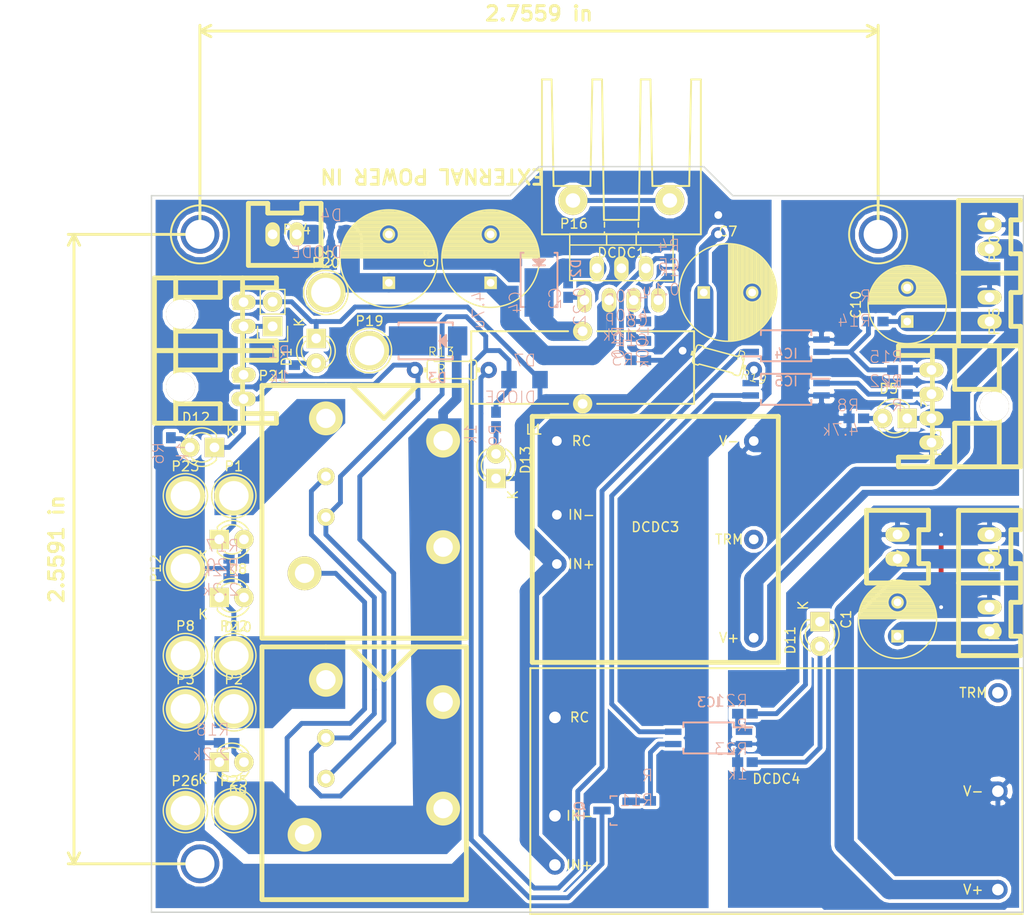
<source format=kicad_pcb>
(kicad_pcb (version 4) (host pcbnew 4.0.6)
  (layers (0 F.Cu signal) (31 B.Cu signal) (34 B.Paste user) (35 F.Paste user) (36 B.SilkS user) (37 F.SilkS user) (38 B.Mask user) (39 F.Mask user) (44 Edge.Cuts user))
  (net 0 "")
  (net 1 GNDPWR)
  (net 2 +BATT)
  (net 3 "Net-(C3-Pad1)")
  (net 4 "Net-(C5-Pad2)")
  (net 5 "Net-(D1-Pad2)")
  (net 6 "Net-(D4-Pad2)")
  (net 7 "Net-(D5-Pad2)")
  (net 8 "Net-(D3-Pad1)")
  (net 9 "Net-(D8-Pad1)")
  (net 10 "Net-(D8-Pad2)")
  (net 11 "Net-(D9-Pad2)")
  (net 12 /15V)
  (net 13 "Net-(D10-Pad1)")
  (net 14 "Net-(D10-Pad2)")
  (net 15 "Net-(D11-Pad2)")
  (net 16 "Net-(IC3-Pad1)")
  (net 17 "Net-(IC4-Pad1)")
  (net 18 /POWER_EN_HIGH)
  (net 19 /POWER_EN_LOW)
  (net 20 /12V_RasPi)
  (net 21 "Net-(IC5-Pad4)")
  (net 22 "Net-(IC3-Pad3)")
  (net 23 "Net-(P13-Pad3)")
  (net 24 "Net-(C2-Pad1)")
  (net 25 "Net-(C2-Pad2)")
  (net 26 "Net-(C8-Pad1)")
  (net 27 "Net-(C11-Pad1)")
  (net 28 "Net-(DCDC1-Pad6)")
  (net 29 "Net-(IC5-Pad1)")
  (net 30 "Net-(P21-Pad1)")
  (net 31 "Net-(P16-Pad1)")
  (net 32 GND)
  (net 33 /12V)
  (net 34 "Net-(D12-Pad2)")
  (net 35 "Net-(D13-Pad2)")
  (net 36 "Net-(IC3-Pad4)")
  (net 37 "Net-(P13-Pad4)")
  (net 38 /12V_RasPi_GND)
  (net 39 "Net-(IC4-Pad4)")
  (module Relays_ThroughHole:V23076-A3001-D142 (layer F.Cu) (at 18 50 90)
    (fp_text reference U1 (at 0 0.5 90) (layer F.SilkS))
    (fp_text value V23076-D3001-D142)
    (pad 5 thru_hole circle (at 0 0 90) (size 3.5 3.5) (drill 2) (layers *.Cu *.Mask F.SilkS) (net 13 "Net-(D10-Pad1)"))
    (pad 2 thru_hole circle (at -10.2 0 90) (size 1.8 1.8) (drill 1) (layers *.Cu *.Mask F.SilkS) (net 18 /POWER_EN_HIGH))
    (pad 1 thru_hole circle (at -6 0 90) (size 1.8 1.8) (drill 1) (layers *.Cu *.Mask F.SilkS) (net 19 /POWER_EN_LOW))
    (pad 4 thru_hole circle (at -16 -2.2 90) (size 3.5 3.5) (drill 2) (layers *.Cu *.Mask F.SilkS) (net 2 +BATT))
    (pad 4 thru_hole circle (at -2.3 12.1 90) (size 3.5 3.5) (drill 2) (layers *.Cu *.Mask F.SilkS) (net 2 +BATT))
    (pad 4 thru_hole circle (at -13.3 12.1 90) (size 3.5 3.5) (drill 2) (layers *.Cu *.Mask F.SilkS) (net 2 +BATT))
  )
  (module Relays_ThroughHole:V23076-A3001-D142 (layer F.Cu) (at 18 23 90)
    (fp_text reference U3 (at 0 0.5 90) (layer F.SilkS))
    (fp_text value V23076-D3001-D142)
    (pad 5 thru_hole circle (at 0 0 90) (size 3.5 3.5) (drill 2) (layers *.Cu *.Mask F.SilkS) (net 9 "Net-(D8-Pad1)"))
    (pad 2 thru_hole circle (at -10.2 0 90) (size 1.8 1.8) (drill 1) (layers *.Cu *.Mask F.SilkS) (net 18 /POWER_EN_HIGH))
    (pad 1 thru_hole circle (at -6 0 90) (size 1.8 1.8) (drill 1) (layers *.Cu *.Mask F.SilkS) (net 19 /POWER_EN_LOW))
    (pad 4 thru_hole circle (at -16 -2.2 90) (size 3.5 3.5) (drill 2) (layers *.Cu *.Mask F.SilkS) (net 2 +BATT))
    (pad 4 thru_hole circle (at -2.3 12.1 90) (size 3.5 3.5) (drill 2) (layers *.Cu *.Mask F.SilkS) (net 2 +BATT))
    (pad 4 thru_hole circle (at -13.3 12.1 90) (size 3.5 3.5) (drill 2) (layers *.Cu *.Mask F.SilkS) (net 2 +BATT))
  )
  (module RP_KiCAD_Connector:XA_2LC (layer F.Cu) (at 9.5 11 270)
    (fp_text reference P4 (at 0 0.5 270) (layer F.SilkS))
    (fp_text value CONN_01X02)
    (pad 1 thru_hole oval (at 0 0 270) (size 1.5 2.5) (drill 1) (layers *.Cu *.Mask F.SilkS) (net 12 /15V))
    (pad 2 thru_hole oval (at 2.5 0 270) (size 1.5 2.5) (drill 1) (layers *.Cu *.Mask F.SilkS) (net 30 "Net-(P21-Pad1)"))
    (pad "" thru_hole circle (at 1.25 6.5 270) (size 3 3) (drill 3) (layers *.Cu *.Mask F.SilkS) (clearance -0.3))
  )
  (module RP_KiCAD_Libs:C3216 (layer B.Cu) (at 37 8.5 90)
    (fp_text reference C4 (at -1.27 1.27 90) (layer B.SilkS) (effects (font (size 1.2065 1.2065) (thickness 0.1016)) (justify left bottom mirror)))
    (fp_text value 4.7u (at -1.27 -2.54 90) (layer B.SilkS) (effects (font (size 1.2065 1.2065) (thickness 0.1016)) (justify left bottom mirror)))
    (pad 1 smd rect (at -1.6 0 90) (size 1.6 1.8) (layers B.Cu B.Paste B.Mask) (net 3 "Net-(C3-Pad1)"))
    (pad 2 smd rect (at 1.6 0 90) (size 1.6 1.8) (layers B.Cu B.Paste B.Mask) (net 1 GNDPWR))
  )
  (module Capacitors_ThroughHole:C_Radial_D10_L20_P5 (layer F.Cu) (at 57 10)
    (fp_text reference C7 (at 2.5 -6.3) (layer F.SilkS))
    (fp_text value 1000u)
    (pad 1 thru_hole rect (at 0 0) (size 1.3 1.3) (drill 0.8) (layers *.Cu *.Mask F.SilkS) (net 12 /15V))
    (pad 2 thru_hole circle (at 5 0) (size 1.3 1.3) (drill 0.8) (layers *.Cu *.Mask F.SilkS) (net 1 GNDPWR))
  )
  (module LEDs:LED-3MM (layer F.Cu) (at 17 14.75 270)
    (fp_text reference D1 (at 1.91 3.06 270) (layer F.SilkS))
    (fp_text value LED)
    (fp_text user K (at -1.69 1.74 270) (layer F.SilkS))
    (pad 1 thru_hole rect (at 0 0) (size 2 2) (drill 1.00076) (layers *.Cu *.Mask F.SilkS) (net 12 /15V))
    (pad 2 thru_hole circle (at 2.54 0 270) (size 2 2) (drill 1.00076) (layers *.Cu *.Mask F.SilkS) (net 5 "Net-(D1-Pad2)"))
  )
  (module LEDs:LED-3MM (layer F.Cu) (at 78 23 180)
    (fp_text reference D5 (at 1.91 3.06 180) (layer F.SilkS))
    (fp_text value LED)
    (fp_text user K (at -1.69 1.74 180) (layer F.SilkS))
    (pad 1 thru_hole rect (at 0 0 270) (size 2 2) (drill 1.00076) (layers *.Cu *.Mask F.SilkS) (net 33 /12V))
    (pad 2 thru_hole circle (at 2.54 0 180) (size 2 2) (drill 1.00076) (layers *.Cu *.Mask F.SilkS) (net 7 "Net-(D5-Pad2)"))
  )
  (module LEDs:LED-3MM (layer F.Cu) (at 7 35.5)
    (fp_text reference D8 (at 1.91 3.06) (layer F.SilkS))
    (fp_text value LED)
    (fp_text user K (at -1.69 1.74) (layer F.SilkS))
    (pad 1 thru_hole rect (at 0 0 90) (size 2 2) (drill 1.00076) (layers *.Cu *.Mask F.SilkS) (net 9 "Net-(D8-Pad1)"))
    (pad 2 thru_hole circle (at 2.54 0) (size 2 2) (drill 1.00076) (layers *.Cu *.Mask F.SilkS) (net 10 "Net-(D8-Pad2)"))
  )
  (module LEDs:LED-3MM (layer F.Cu) (at 7 58.5)
    (fp_text reference D9 (at 1.91 3.06) (layer F.SilkS))
    (fp_text value LED)
    (fp_text user K (at -1.69 1.74) (layer F.SilkS))
    (pad 1 thru_hole rect (at 0 0 90) (size 2 2) (drill 1.00076) (layers *.Cu *.Mask F.SilkS) (net 2 +BATT))
    (pad 2 thru_hole circle (at 2.54 0) (size 2 2) (drill 1.00076) (layers *.Cu *.Mask F.SilkS) (net 11 "Net-(D9-Pad2)"))
  )
  (module LEDs:LED-3MM (layer F.Cu) (at 7 41.5)
    (fp_text reference D10 (at 1.91 3.06) (layer F.SilkS))
    (fp_text value LED)
    (fp_text user K (at -1.69 1.74) (layer F.SilkS))
    (pad 1 thru_hole rect (at 0 0 90) (size 2 2) (drill 1.00076) (layers *.Cu *.Mask F.SilkS) (net 13 "Net-(D10-Pad1)"))
    (pad 2 thru_hole circle (at 2.54 0) (size 2 2) (drill 1.00076) (layers *.Cu *.Mask F.SilkS) (net 14 "Net-(D10-Pad2)"))
  )
  (module LEDs:LED-3MM (layer F.Cu) (at 69 44 270)
    (fp_text reference D11 (at 1.91 3.06 270) (layer F.SilkS))
    (fp_text value LED)
    (fp_text user K (at -1.69 1.74 270) (layer F.SilkS))
    (pad 1 thru_hole rect (at 0 0) (size 2 2) (drill 1.00076) (layers *.Cu *.Mask F.SilkS) (net 20 /12V_RasPi))
    (pad 2 thru_hole circle (at 2.54 0 270) (size 2 2) (drill 1.00076) (layers *.Cu *.Mask F.SilkS) (net 15 "Net-(D11-Pad2)"))
  )
  (module Connect:1pin (layer F.Cu) (at 8.5 31)
    (fp_text reference P1 (at 0 -3.048) (layer F.SilkS))
    (fp_text value CONN_01X01)
    (pad 1 thru_hole circle (at 0 0) (size 4.064 4.064) (drill 3.048) (layers *.Cu *.Mask F.SilkS) (net 9 "Net-(D8-Pad1)"))
  )
  (module RP_KiCAD_Connector:XA_2LC (layer F.Cu) (at 9.5 18.5 270)
    (fp_text reference P5 (at 0 0.5 270) (layer F.SilkS))
    (fp_text value CONN_01X02)
    (pad 1 thru_hole oval (at 0 0 270) (size 1.5 2.5) (drill 1) (layers *.Cu *.Mask F.SilkS) (net 30 "Net-(P21-Pad1)"))
    (pad 2 thru_hole oval (at 2.5 0 270) (size 1.5 2.5) (drill 1) (layers *.Cu *.Mask F.SilkS) (net 18 /POWER_EN_HIGH))
    (pad "" thru_hole circle (at 1.25 6.5 270) (size 3 3) (drill 3) (layers *.Cu *.Mask F.SilkS) (clearance -0.3))
  )
  (module Connect:1pin (layer F.Cu) (at 3.5 47.5)
    (fp_text reference P8 (at 0 -3.048) (layer F.SilkS))
    (fp_text value CONN_01X01)
    (pad 1 thru_hole circle (at 0 0) (size 4.064 4.064) (drill 3.048) (layers *.Cu *.Mask F.SilkS) (net 1 GNDPWR))
  )
  (module Connect:1pin (layer F.Cu) (at 22.5 16)
    (fp_text reference P19 (at 0 -3.048) (layer F.SilkS))
    (fp_text value CONN_01X01)
    (pad 1 thru_hole circle (at 0 0) (size 4.064 4.064) (drill 3.048) (layers *.Cu *.Mask F.SilkS) (net 8 "Net-(D3-Pad1)"))
  )
  (module Connect:1pin (layer F.Cu) (at 18 10)
    (fp_text reference P20 (at 0 -3.048) (layer F.SilkS))
    (fp_text value CONN_01X01)
    (pad 1 thru_hole circle (at 0 0) (size 4.064 4.064) (drill 3.048) (layers *.Cu *.Mask F.SilkS) (net 3 "Net-(C3-Pad1)"))
  )
  (module Pin_Headers:Pin_Header_Straight_1x02 (layer F.Cu) (at 12.5 13.5 180)
    (fp_text reference P21 (at 0 -5.1 180) (layer F.SilkS))
    (fp_text value CONN_01X02)
    (pad 1 thru_hole rect (at 0 0 180) (size 2.032 2.032) (drill 1.016) (layers *.Cu *.Mask F.SilkS) (net 30 "Net-(P21-Pad1)"))
    (pad 2 thru_hole oval (at 0 2.54 180) (size 2.032 2.032) (drill 1.016) (layers *.Cu *.Mask F.SilkS) (net 12 /15V))
  )
  (module Connect:1pin (layer F.Cu) (at 8.5 47.5)
    (fp_text reference P22 (at 0 -3.048) (layer F.SilkS))
    (fp_text value CONN_01X01)
    (pad 1 thru_hole circle (at 0 0) (size 4.064 4.064) (drill 3.048) (layers *.Cu *.Mask F.SilkS) (net 13 "Net-(D10-Pad1)"))
  )
  (module Connect:1pin (layer F.Cu) (at 3.5 31)
    (fp_text reference P23 (at 0 -3.048) (layer F.SilkS))
    (fp_text value CONN_01X01)
    (pad 1 thru_hole circle (at 0 0) (size 4.064 4.064) (drill 3.048) (layers *.Cu *.Mask F.SilkS) (net 1 GNDPWR))
  )
  (module Connect:1pin (layer F.Cu) (at 8.5 63.5)
    (fp_text reference P25 (at 0 -3.048) (layer F.SilkS))
    (fp_text value CONN_01X01)
    (pad 1 thru_hole circle (at 0 0) (size 4.064 4.064) (drill 3.048) (layers *.Cu *.Mask F.SilkS) (net 2 +BATT))
  )
  (module Connect:1pin (layer F.Cu) (at 3.5 63.5)
    (fp_text reference P26 (at 0 -3.048) (layer F.SilkS))
    (fp_text value CONN_01X01)
    (pad 1 thru_hole circle (at 0 0) (size 4.064 4.064) (drill 3.048) (layers *.Cu *.Mask F.SilkS) (net 1 GNDPWR))
  )
  (module Capacitors_ThroughHole:C_Radial_D8_L11.5_P3.5 (layer F.Cu) (at 77 45.5 90)
    (fp_text reference C1 (at 1.75 -5.3 90) (layer F.SilkS))
    (fp_text value 1000u)
    (pad 2 thru_hole circle (at 3.5 0 90) (size 1.3 1.3) (drill 0.8) (layers *.Cu *.Mask F.SilkS) (net 38 /12V_RasPi_GND))
    (pad 1 thru_hole rect (at 0 0 90) (size 1.3 1.3) (drill 0.8) (layers *.Cu *.Mask F.SilkS) (net 20 /12V_RasPi))
  )
  (module Capacitors_ThroughHole:C_Radial_D8_L11.5_P3.5 (layer F.Cu) (at 78 13 90)
    (fp_text reference C10 (at 1.75 -5.3 90) (layer F.SilkS))
    (fp_text value 1000u)
    (pad 2 thru_hole circle (at 3.5 0 90) (size 1.3 1.3) (drill 0.8) (layers *.Cu *.Mask F.SilkS) (net 32 GND))
    (pad 1 thru_hole rect (at 0 0 90) (size 1.3 1.3) (drill 0.8) (layers *.Cu *.Mask F.SilkS) (net 33 /12V))
  )
  (module Capacitors_ThroughHole:C_Radial_D10_L20_P5 (layer F.Cu) (at 24.5 9 90)
    (fp_text reference C3 (at 2.5 -6.3 90) (layer F.SilkS))
    (fp_text value 1000u)
    (pad 1 thru_hole rect (at 0 0 90) (size 1.3 1.3) (drill 0.8) (layers *.Cu *.Mask F.SilkS) (net 3 "Net-(C3-Pad1)"))
    (pad 2 thru_hole circle (at 5 0 90) (size 1.3 1.3) (drill 0.8) (layers *.Cu *.Mask F.SilkS) (net 1 GNDPWR))
  )
  (module Capacitors_ThroughHole:C_Radial_D10_L20_P5 (layer F.Cu) (at 35 9 90)
    (fp_text reference C6 (at 2.5 -6.3 90) (layer F.SilkS))
    (fp_text value 1000u)
    (pad 1 thru_hole rect (at 0 0 90) (size 1.3 1.3) (drill 0.8) (layers *.Cu *.Mask F.SilkS) (net 3 "Net-(C3-Pad1)"))
    (pad 2 thru_hole circle (at 5 0 90) (size 1.3 1.3) (drill 0.8) (layers *.Cu *.Mask F.SilkS) (net 1 GNDPWR))
  )
  (module RP_KiCAD_Connector:XA_2T (layer F.Cu) (at 86.5 5.5 90)
    (fp_text reference P10 (at 0 0.5 90) (layer F.SilkS))
    (fp_text value CONN_01X02)
    (pad 2 thru_hole oval (at 0 0 90) (size 1.5 2.5) (drill 1) (layers *.Cu *.Mask F.SilkS) (net 33 /12V))
    (pad 1 thru_hole oval (at 2.5 0 90) (size 1.5 2.5) (drill 1) (layers *.Cu *.Mask F.SilkS) (net 32 GND))
  )
  (module RP_KiCAD_Connector:XA_2T (layer F.Cu) (at 86.5 37.5 90)
    (fp_text reference P11 (at 0 0.5 90) (layer F.SilkS))
    (fp_text value CONN_01X02)
    (pad 2 thru_hole oval (at 0 0 90) (size 1.5 2.5) (drill 1) (layers *.Cu *.Mask F.SilkS) (net 20 /12V_RasPi))
    (pad 1 thru_hole oval (at 2.5 0 90) (size 1.5 2.5) (drill 1) (layers *.Cu *.Mask F.SilkS) (net 38 /12V_RasPi_GND))
  )
  (module Connect:1pin (layer F.Cu) (at 8.5 53)
    (fp_text reference P2 (at 0 -3.048) (layer F.SilkS))
    (fp_text value CONN_01X01)
    (pad 1 thru_hole circle (at 0 0) (size 4.064 4.064) (drill 3.048) (layers *.Cu *.Mask F.SilkS) (net 13 "Net-(D10-Pad1)"))
  )
  (module Connect:1pin (layer F.Cu) (at 3.5 53)
    (fp_text reference P3 (at 0 -3.048) (layer F.SilkS))
    (fp_text value CONN_01X01)
    (pad 1 thru_hole circle (at 0 0) (size 4.064 4.064) (drill 3.048) (layers *.Cu *.Mask F.SilkS) (net 1 GNDPWR))
  )
  (module Connect:1pin (layer F.Cu) (at 3.5 38.5 90)
    (fp_text reference P12 (at 0 -3.048 90) (layer F.SilkS))
    (fp_text value CONN_01X01)
    (pad 1 thru_hole circle (at 0 0 90) (size 4.064 4.064) (drill 3.048) (layers *.Cu *.Mask F.SilkS) (net 1 GNDPWR))
  )
  (module RP_KiCAD_Connector:XA_4LC (layer F.Cu) (at 80.5 25.5 90)
    (fp_text reference P13 (at 0 0.5 90) (layer F.SilkS))
    (fp_text value CONN_01X04)
    (pad 1 thru_hole oval (at 0 0 90) (size 1.5 2.5) (drill 1) (layers *.Cu *.Mask F.SilkS) (net 32 GND))
    (pad 2 thru_hole oval (at 2.5 0 90) (size 1.5 2.5) (drill 1) (layers *.Cu *.Mask F.SilkS) (net 33 /12V))
    (pad 3 thru_hole oval (at 5 0 90) (size 1.5 2.5) (drill 1) (layers *.Cu *.Mask F.SilkS) (net 23 "Net-(P13-Pad3)"))
    (pad 4 thru_hole oval (at 7.5 0 90) (size 1.5 2.5) (drill 1) (layers *.Cu *.Mask F.SilkS) (net 37 "Net-(P13-Pad4)"))
    (pad "" thru_hole circle (at 3.75 6.5 90) (size 3 3) (drill 3) (layers *.Cu *.Mask F.SilkS) (clearance -0.3))
  )
  (module TO_SOT_Packages_SMD:SOT-23_Handsoldering (layer B.Cu) (at 48 63.5 270)
    (fp_text reference Q1 (at 0 3.81 270) (layer B.SilkS) (effects (justify mirror)))
    (fp_text value MOSFET_N)
    (pad G smd rect (at -0.95 -1.50114 270) (size 0.8001 1.80086) (layers B.Cu B.Paste B.Mask) (net 22 "Net-(IC3-Pad3)"))
    (pad S smd rect (at 0.95 -1.50114 270) (size 0.8001 1.80086) (layers B.Cu B.Paste B.Mask) (net 1 GNDPWR))
    (pad D smd rect (at 0 1.50114 270) (size 0.8001 1.80086) (layers B.Cu B.Paste B.Mask) (net 19 /POWER_EN_LOW))
  )
  (module Diodes_SMD:POWER_DI5 (layer B.Cu) (at 29.5 15 180)
    (fp_text reference D3 (at 0 -3.81 180) (layer B.SilkS) (effects (justify mirror)))
    (fp_text value DIODE)
    (pad 2 smd rect (at -2.1 0 180) (size 2 3) (layers B.Cu B.Paste B.Mask) (net 2 +BATT))
    (pad 1 smd rect (at 2.5 0 180) (size 5 3) (layers B.Cu B.Paste B.Mask) (net 8 "Net-(D3-Pad1)"))
  )
  (module RP_KiCAD_Connector:XA_2T (layer F.Cu) (at 86.5 13 90)
    (fp_text reference P15 (at 0 0.5 90) (layer F.SilkS))
    (fp_text value CONN_01X02)
    (pad 2 thru_hole oval (at 0 0 90) (size 1.5 2.5) (drill 1) (layers *.Cu *.Mask F.SilkS) (net 33 /12V))
    (pad 1 thru_hole oval (at 2.5 0 90) (size 1.5 2.5) (drill 1) (layers *.Cu *.Mask F.SilkS) (net 32 GND))
  )
  (module Housings_SOIC:SOIJ-4_5.3x5.3mm_Pitch1.27mm (layer B.Cu) (at 57.5 56 180)
    (fp_text reference IC3 (at 0 3.68 180) (layer B.SilkS) (effects (justify mirror)))
    (fp_text value PC817)
    (pad 1 smd rect (at -3.65 0.635 180) (size 1.7 0.65) (layers B.Cu B.Paste B.Mask) (net 16 "Net-(IC3-Pad1)"))
    (pad 2 smd rect (at -3.65 -0.635 180) (size 1.7 0.65) (layers B.Cu B.Paste B.Mask) (net 38 /12V_RasPi_GND))
    (pad 3 smd rect (at 3.65 -0.635 180) (size 1.7 0.65) (layers B.Cu B.Paste B.Mask) (net 22 "Net-(IC3-Pad3)"))
    (pad 4 smd rect (at 3.65 0.635 180) (size 1.7 0.65) (layers B.Cu B.Paste B.Mask) (net 36 "Net-(IC3-Pad4)"))
  )
  (module Housings_SOIC:SOIJ-4_5.3x5.3mm_Pitch1.27mm (layer B.Cu) (at 65.5 20 180)
    (fp_text reference IC4 (at 0 3.68 180) (layer B.SilkS) (effects (justify mirror)))
    (fp_text value PC817)
    (pad 1 smd rect (at -3.65 0.635 180) (size 1.7 0.65) (layers B.Cu B.Paste B.Mask) (net 17 "Net-(IC4-Pad1)"))
    (pad 2 smd rect (at -3.65 -0.635 180) (size 1.7 0.65) (layers B.Cu B.Paste B.Mask) (net 32 GND))
    (pad 3 smd rect (at 3.65 -0.635 180) (size 1.7 0.65) (layers B.Cu B.Paste B.Mask) (net 36 "Net-(IC3-Pad4)"))
    (pad 4 smd rect (at 3.65 0.635 180) (size 1.7 0.65) (layers B.Cu B.Paste B.Mask) (net 39 "Net-(IC4-Pad4)"))
  )
  (module Housings_SOIC:SOIJ-4_5.3x5.3mm_Pitch1.27mm (layer B.Cu) (at 65.5 15.5)
    (fp_text reference IC5 (at 0 3.68) (layer B.SilkS) (effects (justify mirror)))
    (fp_text value PC817)
    (pad 1 smd rect (at -3.65 0.635) (size 1.7 0.65) (layers B.Cu B.Paste B.Mask) (net 29 "Net-(IC5-Pad1)"))
    (pad 2 smd rect (at -3.65 -0.635) (size 1.7 0.65) (layers B.Cu B.Paste B.Mask) (net 1 GNDPWR))
    (pad 3 smd rect (at 3.65 -0.635) (size 1.7 0.65) (layers B.Cu B.Paste B.Mask) (net 32 GND))
    (pad 4 smd rect (at 3.65 0.635) (size 1.7 0.65) (layers B.Cu B.Paste B.Mask) (net 21 "Net-(IC5-Pad4)"))
  )
  (module Diodes_SMD:POWER_DI5 (layer B.Cu) (at 40 7.5 270)
    (fp_text reference D2 (at 0 -3.81 270) (layer B.SilkS) (effects (justify mirror)))
    (fp_text value DIODE)
    (pad 2 smd rect (at -2.1 0 270) (size 2 3) (layers B.Cu B.Paste B.Mask) (net 1 GNDPWR))
    (pad 1 smd rect (at 2.5 0 270) (size 5 3) (layers B.Cu B.Paste B.Mask) (net 24 "Net-(C2-Pad1)"))
  )
  (module RP_KiCAD_Libs:C3216 (layer B.Cu) (at 38.5 19 180)
    (fp_text reference D7 (at -1.27 1.27 180) (layer B.SilkS) (effects (font (size 1.2065 1.2065) (thickness 0.1016)) (justify left bottom mirror)))
    (fp_text value DIODE (at -1.27 -2.54 180) (layer B.SilkS) (effects (font (size 1.2065 1.2065) (thickness 0.1016)) (justify left bottom mirror)))
    (pad 1 smd rect (at -1.6 0 180) (size 1.6 1.8) (layers B.Cu B.Paste B.Mask) (net 12 /15V))
    (pad 2 smd rect (at 1.6 0 180) (size 1.6 1.8) (layers B.Cu B.Paste B.Mask) (net 19 /POWER_EN_LOW))
  )
  (module TO_SOT_Packages_THT:TO-220_7_Vertical (layer F.Cu) (at 48.5 7)
    (fp_text reference DCDC1 (at 0 -1.1) (layer F.SilkS))
    (fp_text value SI-8010Y)
    (pad 4 thru_hole oval (at 0 0.5 90) (size 2.49936 1.50114) (drill 1.00076) (layers *.Cu *.Mask F.SilkS) (net 1 GNDPWR))
    (pad 2 thru_hole oval (at -2.54 0.5 90) (size 2.49936 1.50114) (drill 1.00076) (layers *.Cu *.Mask F.SilkS) (net 24 "Net-(C2-Pad1)"))
    (pad 6 thru_hole oval (at 2.54 0.5 90) (size 2.49936 1.50114) (drill 1.00076) (layers *.Cu *.Mask F.SilkS) (net 28 "Net-(DCDC1-Pad6)"))
    (pad 1 thru_hole oval (at -3.81 3.8 90) (size 2.49936 1.50114) (drill 1.00076) (layers *.Cu *.Mask F.SilkS) (net 25 "Net-(C2-Pad2)"))
    (pad 3 thru_hole oval (at -1.27 3.8 90) (size 2.49936 1.50114) (drill 1.00076) (layers *.Cu *.Mask F.SilkS) (net 3 "Net-(C3-Pad1)"))
    (pad 5 thru_hole oval (at 1.27 3.8 90) (size 2.49936 1.50114) (drill 1.00076) (layers *.Cu *.Mask F.SilkS) (net 26 "Net-(C8-Pad1)"))
    (pad 7 thru_hole oval (at 3.81 3.8 90) (size 2.49936 1.50114) (drill 1.00076) (layers *.Cu *.Mask F.SilkS) (net 4 "Net-(C5-Pad2)"))
  )
  (module Converters_DCDC_ACDC:MGS15 (layer F.Cu) (at 52 35.5 180)
    (fp_text reference DCDC3 (at 0 1.27 180) (layer F.SilkS))
    (fp_text value MGS15)
    (fp_text user RC (at 7.62 10.16 180) (layer F.SilkS))
    (fp_text user IN- (at 7.62 2.54 180) (layer F.SilkS))
    (fp_text user IN+ (at 7.62 -2.54 180) (layer F.SilkS))
    (fp_text user V- (at -7.62 10.16 180) (layer F.SilkS))
    (fp_text user TRM (at -7.62 0 180) (layer F.SilkS))
    (fp_text user V+ (at -7.62 -10.16 180) (layer F.SilkS))
    (pad 6 thru_hole circle (at 10.16 -2.54 180) (size 2 2) (drill 1) (layers *.Cu *.Mask) (net 12 /15V))
    (pad 5 thru_hole circle (at 10.16 2.54 180) (size 2 2) (drill 1) (layers *.Cu *.Mask) (net 1 GNDPWR))
    (pad 4 thru_hole circle (at 10.16 10.16 180) (size 2 2) (drill 1) (layers *.Cu *.Mask) (net 1 GNDPWR))
    (pad 3 thru_hole circle (at -10.16 10.16 180) (size 2 2) (drill 1) (layers *.Cu *.Mask) (net 32 GND))
    (pad 2 thru_hole circle (at -10.16 0 180) (size 2 2) (drill 1) (layers *.Cu *.Mask))
    (pad 1 thru_hole circle (at -10.16 -10.16 180) (size 2 2) (drill 1) (layers *.Cu *.Mask) (net 33 /12V))
  )
  (module Converters_DCDC_ACDC:MGS30 (layer F.Cu) (at 64.5 61.5 180)
    (fp_text reference DCDC4 (at 0 1.27 180) (layer F.SilkS))
    (fp_text value MGS15)
    (fp_text user RC (at 20.32 7.62 180) (layer F.SilkS))
    (fp_text user IN- (at 20.32 -2.54 180) (layer F.SilkS))
    (fp_text user IN+ (at 20.32 -7.62 180) (layer F.SilkS))
    (fp_text user V- (at -20.32 0 180) (layer F.SilkS))
    (fp_text user TRM (at -20.32 10.16 180) (layer F.SilkS))
    (fp_text user V+ (at -20.32 -10.16 180) (layer F.SilkS))
    (pad 6 thru_hole circle (at 22.86 -7.62 180) (size 2 2) (drill 1.2) (layers *.Cu *.Mask) (net 12 /15V))
    (pad 5 thru_hole circle (at 22.86 -2.54 180) (size 2 2) (drill 1.2) (layers *.Cu *.Mask) (net 1 GNDPWR))
    (pad 4 thru_hole circle (at 22.86 7.62 180) (size 2 2) (drill 1.2) (layers *.Cu *.Mask) (net 1 GNDPWR))
    (pad 2 thru_hole circle (at -22.86 10.16 180) (size 2 2) (drill 1.2) (layers *.Cu *.Mask))
    (pad 3 thru_hole circle (at -22.86 0 180) (size 2 2) (drill 1.2) (layers *.Cu *.Mask) (net 38 /12V_RasPi_GND))
    (pad 1 thru_hole circle (at -22.86 -10.16 180) (size 2 2) (drill 1.2) (layers *.Cu *.Mask) (net 20 /12V_RasPi))
  )
  (module Choke_Toroid_ThroughHole:Choke_Toroid_8.5x24mm_Vertical (layer F.Cu) (at 56 14 180)
    (fp_text reference L1 (at 16.51 -10.16 180) (layer F.SilkS))
    (fp_text value "100uH 9A")
    (pad 1 thru_hole circle (at 11.5 0 180) (size 1.99898 1.99898) (drill 1) (layers *.Cu *.Mask F.SilkS) (net 24 "Net-(C2-Pad1)"))
    (pad 2 thru_hole circle (at 11.5 -7.5 180) (size 1.99898 1.99898) (drill 1) (layers *.Cu *.Mask F.SilkS) (net 12 /15V))
  )
  (module Heatsinks:16PB017_16.25.16 (layer F.Cu) (at 48.5 6)
    (fp_text reference P16 (at -4.9 -3.1) (layer F.SilkS))
    (fp_text value TST)
    (pad 1 thru_hole circle (at -5 -5.5) (size 3 3) (drill 1.5) (layers *.Cu *.Mask F.SilkS) (net 31 "Net-(P16-Pad1)"))
    (pad 1 thru_hole circle (at 5 -5.5) (size 3 3) (drill 1.5) (layers *.Cu *.Mask F.SilkS) (net 31 "Net-(P16-Pad1)"))
  )
  (module LEDs:LED-3MM (layer F.Cu) (at 6.5 26 180)
    (fp_text reference D12 (at 1.91 3.06 180) (layer F.SilkS))
    (fp_text value LED)
    (fp_text user K (at -1.69 1.74 180) (layer F.SilkS))
    (pad 1 thru_hole rect (at 0 0 270) (size 2 2) (drill 1.00076) (layers *.Cu *.Mask F.SilkS) (net 18 /POWER_EN_HIGH))
    (pad 2 thru_hole circle (at 2.54 0 180) (size 2 2) (drill 1.00076) (layers *.Cu *.Mask F.SilkS) (net 34 "Net-(D12-Pad2)"))
  )
  (module LEDs:LED-3MM (layer F.Cu) (at 35.56 29.21 90)
    (fp_text reference D13 (at 1.91 3.06 90) (layer F.SilkS))
    (fp_text value LED)
    (fp_text user K (at -1.69 1.74 90) (layer F.SilkS))
    (pad 1 thru_hole rect (at 0 0 180) (size 2 2) (drill 1.00076) (layers *.Cu *.Mask F.SilkS) (net 12 /15V))
    (pad 2 thru_hole circle (at 2.54 0 90) (size 2 2) (drill 1.00076) (layers *.Cu *.Mask F.SilkS) (net 35 "Net-(D13-Pad2)"))
  )
  (module RP_KiCAD_Libs:C1608_NP (layer B.Cu) (at 13.75 17.5 180)
    (fp_text reference R1 (at -0.635 0.635 180) (layer B.SilkS) (effects (font (size 1.2065 1.2065) (thickness 0.1016)) (justify left bottom mirror)))
    (fp_text value 1k (at -0.635 -1.905 180) (layer B.SilkS) (effects (font (size 1.2065 1.2065) (thickness 0.1016)) (justify left bottom mirror)))
    (pad 1 smd rect (at -1 0 180) (size 1.15 1) (layers B.Cu B.Paste B.Mask) (net 5 "Net-(D1-Pad2)"))
    (pad 2 smd rect (at 0.5 0 180) (size 1.15 1) (layers B.Cu B.Paste B.Mask) (net 1 GNDPWR))
  )
  (module RP_KiCAD_Libs:C1608_NP (layer B.Cu) (at 43 10 270)
    (fp_text reference C2 (at -0.635 0.635 270) (layer B.SilkS) (effects (font (size 1.2065 1.2065) (thickness 0.1016)) (justify left bottom mirror)))
    (fp_text value 0.22u (at -0.635 -1.905 270) (layer B.SilkS) (effects (font (size 1.2065 1.2065) (thickness 0.1016)) (justify left bottom mirror)))
    (pad 1 smd rect (at -1 0 270) (size 1.15 1) (layers B.Cu B.Paste B.Mask) (net 24 "Net-(C2-Pad1)"))
    (pad 2 smd rect (at 0.5 0 270) (size 1.15 1) (layers B.Cu B.Paste B.Mask) (net 25 "Net-(C2-Pad2)"))
  )
  (module RP_KiCAD_Libs:C1608_NP (layer B.Cu) (at 54 8.5 180)
    (fp_text reference C5 (at -0.635 0.635 180) (layer B.SilkS) (effects (font (size 1.2065 1.2065) (thickness 0.1016)) (justify left bottom mirror)))
    (fp_text value 0.1u (at -0.635 -1.905 180) (layer B.SilkS) (effects (font (size 1.2065 1.2065) (thickness 0.1016)) (justify left bottom mirror)))
    (pad 1 smd rect (at -1 0 180) (size 1.15 1) (layers B.Cu B.Paste B.Mask) (net 1 GNDPWR))
    (pad 2 smd rect (at 0.5 0 180) (size 1.15 1) (layers B.Cu B.Paste B.Mask) (net 4 "Net-(C5-Pad2)"))
  )
  (module RP_KiCAD_Libs:C1608_NP (layer B.Cu) (at 52 13)
    (fp_text reference C8 (at -0.635 0.635) (layer B.SilkS) (effects (font (size 1.2065 1.2065) (thickness 0.1016)) (justify left bottom mirror)))
    (fp_text value 470p (at -0.635 -1.905) (layer B.SilkS) (effects (font (size 1.2065 1.2065) (thickness 0.1016)) (justify left bottom mirror)))
    (pad 1 smd rect (at -1 0) (size 1.15 1) (layers B.Cu B.Paste B.Mask) (net 26 "Net-(C8-Pad1)"))
    (pad 2 smd rect (at 0.5 0) (size 1.15 1) (layers B.Cu B.Paste B.Mask) (net 1 GNDPWR))
  )
  (module RP_KiCAD_Libs:C1608_NP (layer B.Cu) (at 52 15)
    (fp_text reference C11 (at -0.635 0.635) (layer B.SilkS) (effects (font (size 1.2065 1.2065) (thickness 0.1016)) (justify left bottom mirror)))
    (fp_text value 470p (at -0.635 -1.905) (layer B.SilkS) (effects (font (size 1.2065 1.2065) (thickness 0.1016)) (justify left bottom mirror)))
    (pad 1 smd rect (at -1 0) (size 1.15 1) (layers B.Cu B.Paste B.Mask) (net 27 "Net-(C11-Pad1)"))
    (pad 2 smd rect (at 0.5 0) (size 1.15 1) (layers B.Cu B.Paste B.Mask) (net 1 GNDPWR))
  )
  (module RP_KiCAD_Libs:C1608_NP (layer B.Cu) (at 50.5 17)
    (fp_text reference R3 (at -0.635 0.635) (layer B.SilkS) (effects (font (size 1.2065 1.2065) (thickness 0.1016)) (justify left bottom mirror)))
    (fp_text value 15k (at -0.635 -1.905) (layer B.SilkS) (effects (font (size 1.2065 1.2065) (thickness 0.1016)) (justify left bottom mirror)))
    (pad 1 smd rect (at -1 0) (size 1.15 1) (layers B.Cu B.Paste B.Mask) (net 28 "Net-(DCDC1-Pad6)"))
    (pad 2 smd rect (at 0.5 0) (size 1.15 1) (layers B.Cu B.Paste B.Mask) (net 12 /15V))
  )
  (module RP_KiCAD_Libs:C1608_NP (layer B.Cu) (at 54 6.5 180)
    (fp_text reference R4 (at -0.635 0.635 180) (layer B.SilkS) (effects (font (size 1.2065 1.2065) (thickness 0.1016)) (justify left bottom mirror)))
    (fp_text value 1k (at -0.635 -1.905 180) (layer B.SilkS) (effects (font (size 1.2065 1.2065) (thickness 0.1016)) (justify left bottom mirror)))
    (pad 1 smd rect (at -1 0 180) (size 1.15 1) (layers B.Cu B.Paste B.Mask) (net 1 GNDPWR))
    (pad 2 smd rect (at 0.5 0 180) (size 1.15 1) (layers B.Cu B.Paste B.Mask) (net 28 "Net-(DCDC1-Pad6)"))
  )
  (module RP_KiCAD_Libs:C1608_NP (layer B.Cu) (at 2 26 270)
    (fp_text reference R6 (at -0.635 0.635 270) (layer B.SilkS) (effects (font (size 1.2065 1.2065) (thickness 0.1016)) (justify left bottom mirror)))
    (fp_text value 1k (at -0.635 -1.905 270) (layer B.SilkS) (effects (font (size 1.2065 1.2065) (thickness 0.1016)) (justify left bottom mirror)))
    (pad 1 smd rect (at -1 0 270) (size 1.15 1) (layers B.Cu B.Paste B.Mask) (net 34 "Net-(D12-Pad2)"))
    (pad 2 smd rect (at 0.5 0 270) (size 1.15 1) (layers B.Cu B.Paste B.Mask) (net 1 GNDPWR))
  )
  (module RP_KiCAD_Libs:C1608_NP (layer B.Cu) (at 72.5 23 180)
    (fp_text reference R8 (at -0.635 0.635 180) (layer B.SilkS) (effects (font (size 1.2065 1.2065) (thickness 0.1016)) (justify left bottom mirror)))
    (fp_text value 4.7k (at -0.635 -1.905 180) (layer B.SilkS) (effects (font (size 1.2065 1.2065) (thickness 0.1016)) (justify left bottom mirror)))
    (pad 1 smd rect (at -1 0 180) (size 1.15 1) (layers B.Cu B.Paste B.Mask) (net 7 "Net-(D5-Pad2)"))
    (pad 2 smd rect (at 0.5 0 180) (size 1.15 1) (layers B.Cu B.Paste B.Mask) (net 32 GND))
  )
  (module RP_KiCAD_Libs:C1608_NP (layer B.Cu) (at 35.56 22.86 90)
    (fp_text reference R9 (at -0.635 0.635 90) (layer B.SilkS) (effects (font (size 1.2065 1.2065) (thickness 0.1016)) (justify left bottom mirror)))
    (fp_text value 1k (at -0.635 -1.905 90) (layer B.SilkS) (effects (font (size 1.2065 1.2065) (thickness 0.1016)) (justify left bottom mirror)))
    (pad 1 smd rect (at -1 0 90) (size 1.15 1) (layers B.Cu B.Paste B.Mask) (net 35 "Net-(D13-Pad2)"))
    (pad 2 smd rect (at 0.5 0 90) (size 1.15 1) (layers B.Cu B.Paste B.Mask) (net 19 /POWER_EN_LOW))
  )
  (module RP_KiCAD_Libs:C1608_NP (layer B.Cu) (at 49.5 14 270)
    (fp_text reference R10 (at -0.635 0.635 270) (layer B.SilkS) (effects (font (size 1.2065 1.2065) (thickness 0.1016)) (justify left bottom mirror)))
    (fp_text value 100k (at -0.635 -1.905 270) (layer B.SilkS) (effects (font (size 1.2065 1.2065) (thickness 0.1016)) (justify left bottom mirror)))
    (pad 1 smd rect (at -1 0 270) (size 1.15 1) (layers B.Cu B.Paste B.Mask) (net 26 "Net-(C8-Pad1)"))
    (pad 2 smd rect (at 0.5 0 270) (size 1.15 1) (layers B.Cu B.Paste B.Mask) (net 27 "Net-(C11-Pad1)"))
  )
  (module RP_KiCAD_Libs:C1608_NP (layer B.Cu) (at 52.5 62.5)
    (fp_text reference R11 (at -0.635 0.635) (layer B.SilkS) (effects (font (size 1.2065 1.2065) (thickness 0.1016)) (justify left bottom mirror)))
    (fp_text value R (at -0.635 -1.905) (layer B.SilkS) (effects (font (size 1.2065 1.2065) (thickness 0.1016)) (justify left bottom mirror)))
    (pad 1 smd rect (at -1 0) (size 1.15 1) (layers B.Cu B.Paste B.Mask) (net 22 "Net-(IC3-Pad3)"))
    (pad 2 smd rect (at 0.5 0) (size 1.15 1) (layers B.Cu B.Paste B.Mask) (net 1 GNDPWR))
  )
  (module RP_KiCAD_Libs:C1608_NP (layer B.Cu) (at 75 13)
    (fp_text reference R14 (at -0.635 0.635) (layer B.SilkS) (effects (font (size 1.2065 1.2065) (thickness 0.1016)) (justify left bottom mirror)))
    (fp_text value R (at -0.635 -1.905) (layer B.SilkS) (effects (font (size 1.2065 1.2065) (thickness 0.1016)) (justify left bottom mirror)))
    (pad 1 smd rect (at -1 0) (size 1.15 1) (layers B.Cu B.Paste B.Mask) (net 21 "Net-(IC5-Pad4)"))
    (pad 2 smd rect (at 0.5 0) (size 1.15 1) (layers B.Cu B.Paste B.Mask) (net 33 /12V))
  )
  (module RP_KiCAD_Libs:C1608_NP (layer B.Cu) (at 77 18 180)
    (fp_text reference R15 (at -0.635 0.635 180) (layer B.SilkS) (effects (font (size 1.2065 1.2065) (thickness 0.1016)) (justify left bottom mirror)))
    (fp_text value 1k (at -0.635 -1.905 180) (layer B.SilkS) (effects (font (size 1.2065 1.2065) (thickness 0.1016)) (justify left bottom mirror)))
    (pad 1 smd rect (at -1 0 180) (size 1.15 1) (layers B.Cu B.Paste B.Mask) (net 37 "Net-(P13-Pad4)"))
    (pad 2 smd rect (at 0.5 0 180) (size 1.15 1) (layers B.Cu B.Paste B.Mask) (net 21 "Net-(IC5-Pad4)"))
  )
  (module RP_KiCAD_Libs:C1608_NP (layer B.Cu) (at 8.5 37.5 180)
    (fp_text reference R17 (at -0.635 0.635 180) (layer B.SilkS) (effects (font (size 1.2065 1.2065) (thickness 0.1016)) (justify left bottom mirror)))
    (fp_text value 2.2k (at -0.635 -1.905 180) (layer B.SilkS) (effects (font (size 1.2065 1.2065) (thickness 0.1016)) (justify left bottom mirror)))
    (pad 1 smd rect (at -1 0 180) (size 1.15 1) (layers B.Cu B.Paste B.Mask) (net 10 "Net-(D8-Pad2)"))
    (pad 2 smd rect (at 0.5 0 180) (size 1.15 1) (layers B.Cu B.Paste B.Mask) (net 1 GNDPWR))
  )
  (module RP_KiCAD_Libs:C1608_NP (layer B.Cu) (at 7.5 56.5 180)
    (fp_text reference R18 (at -0.635 0.635 180) (layer B.SilkS) (effects (font (size 1.2065 1.2065) (thickness 0.1016)) (justify left bottom mirror)))
    (fp_text value 2.2k (at -0.635 -1.905 180) (layer B.SilkS) (effects (font (size 1.2065 1.2065) (thickness 0.1016)) (justify left bottom mirror)))
    (pad 1 smd rect (at -1 0 180) (size 1.15 1) (layers B.Cu B.Paste B.Mask) (net 11 "Net-(D9-Pad2)"))
    (pad 2 smd rect (at 0.5 0 180) (size 1.15 1) (layers B.Cu B.Paste B.Mask) (net 1 GNDPWR))
  )
  (module RP_KiCAD_Libs:C1608_NP (layer B.Cu) (at 8.5 39.5 180)
    (fp_text reference R20 (at -0.635 0.635 180) (layer B.SilkS) (effects (font (size 1.2065 1.2065) (thickness 0.1016)) (justify left bottom mirror)))
    (fp_text value 2.2k (at -0.635 -1.905 180) (layer B.SilkS) (effects (font (size 1.2065 1.2065) (thickness 0.1016)) (justify left bottom mirror)))
    (pad 1 smd rect (at -1 0 180) (size 1.15 1) (layers B.Cu B.Paste B.Mask) (net 14 "Net-(D10-Pad2)"))
    (pad 2 smd rect (at 0.5 0 180) (size 1.15 1) (layers B.Cu B.Paste B.Mask) (net 1 GNDPWR))
  )
  (module RP_KiCAD_Libs:C1608_NP (layer B.Cu) (at 61 53.5 180)
    (fp_text reference R21 (at -0.635 0.635 180) (layer B.SilkS) (effects (font (size 1.2065 1.2065) (thickness 0.1016)) (justify left bottom mirror)))
    (fp_text value R (at -0.635 -1.905 180) (layer B.SilkS) (effects (font (size 1.2065 1.2065) (thickness 0.1016)) (justify left bottom mirror)))
    (pad 1 smd rect (at -1 0 180) (size 1.15 1) (layers B.Cu B.Paste B.Mask) (net 20 /12V_RasPi))
    (pad 2 smd rect (at 0.5 0 180) (size 1.15 1) (layers B.Cu B.Paste B.Mask) (net 16 "Net-(IC3-Pad1)"))
  )
  (module RP_KiCAD_Libs:C1608_NP (layer B.Cu) (at 77 20.5 180)
    (fp_text reference R22 (at -0.635 0.635 180) (layer B.SilkS) (effects (font (size 1.2065 1.2065) (thickness 0.1016)) (justify left bottom mirror)))
    (fp_text value R (at -0.635 -1.905 180) (layer B.SilkS) (effects (font (size 1.2065 1.2065) (thickness 0.1016)) (justify left bottom mirror)))
    (pad 1 smd rect (at -1 0 180) (size 1.15 1) (layers B.Cu B.Paste B.Mask) (net 23 "Net-(P13-Pad3)"))
    (pad 2 smd rect (at 0.5 0 180) (size 1.15 1) (layers B.Cu B.Paste B.Mask) (net 17 "Net-(IC4-Pad1)"))
  )
  (module RP_KiCAD_Libs:C1608_NP (layer B.Cu) (at 61 58.5 180)
    (fp_text reference R23 (at -0.635 0.635 180) (layer B.SilkS) (effects (font (size 1.2065 1.2065) (thickness 0.1016)) (justify left bottom mirror)))
    (fp_text value 1k (at -0.635 -1.905 180) (layer B.SilkS) (effects (font (size 1.2065 1.2065) (thickness 0.1016)) (justify left bottom mirror)))
    (pad 1 smd rect (at -1 0 180) (size 1.15 1) (layers B.Cu B.Paste B.Mask) (net 15 "Net-(D11-Pad2)"))
    (pad 2 smd rect (at 0.5 0 180) (size 1.15 1) (layers B.Cu B.Paste B.Mask) (net 38 /12V_RasPi_GND))
  )
  (module RP_KiCAD_Connector:XA_2T (layer F.Cu) (at 86.5 45 90)
    (fp_text reference P6 (at 0 0.5 90) (layer F.SilkS))
    (fp_text value CONN_01X02)
    (pad 2 thru_hole oval (at 0 0 90) (size 1.5 2.5) (drill 1) (layers *.Cu *.Mask F.SilkS) (net 20 /12V_RasPi))
    (pad 1 thru_hole oval (at 2.5 0 90) (size 1.5 2.5) (drill 1) (layers *.Cu *.Mask F.SilkS) (net 38 /12V_RasPi_GND))
  )
  (module RP_KiCAD_Connector:XA_2T (layer F.Cu) (at 77 37.5 90)
    (fp_text reference P7 (at 0 0.5 90) (layer F.SilkS))
    (fp_text value CONN_01X02)
    (pad 2 thru_hole oval (at 0 0 90) (size 1.5 2.5) (drill 1) (layers *.Cu *.Mask F.SilkS) (net 20 /12V_RasPi))
    (pad 1 thru_hole oval (at 2.5 0 90) (size 1.5 2.5) (drill 1) (layers *.Cu *.Mask F.SilkS) (net 38 /12V_RasPi_GND))
  )
  (module RP_KiCAD_Libs:C3216 (layer B.Cu) (at 18.5 4 180)
    (fp_text reference D4 (at -1.27 1.27 180) (layer B.SilkS) (effects (font (size 1.2065 1.2065) (thickness 0.1016)) (justify left bottom mirror)))
    (fp_text value DIODE (at -1.27 -2.54 180) (layer B.SilkS) (effects (font (size 1.2065 1.2065) (thickness 0.1016)) (justify left bottom mirror)))
    (pad 1 smd rect (at -1.6 0 180) (size 1.6 1.8) (layers B.Cu B.Paste B.Mask) (net 3 "Net-(C3-Pad1)"))
    (pad 2 smd rect (at 1.6 0 180) (size 1.6 1.8) (layers B.Cu B.Paste B.Mask) (net 6 "Net-(D4-Pad2)"))
  )
  (module RP_KiCAD_Connector:XA_2T (layer F.Cu) (at 15 4 180)
    (fp_text reference P14 (at 0 0.5 180) (layer F.SilkS))
    (fp_text value CONN_01X02)
    (pad 2 thru_hole oval (at 0 0 180) (size 1.5 2.5) (drill 1) (layers *.Cu *.Mask F.SilkS) (net 6 "Net-(D4-Pad2)"))
    (pad 1 thru_hole oval (at 2.5 0 180) (size 1.5 2.5) (drill 1) (layers *.Cu *.Mask F.SilkS) (net 1 GNDPWR))
  )
  (module RP_KiCAD_Libs:0204_2f7 (layer F.Cu) (at 31 18)
    (fp_text reference R13 (at -2.54 -1.2954) (layer F.SilkS) (effects (font (size 0.94107 0.94107) (thickness 0.09906)) (justify left bottom)))
    (fp_text value R (at -1.6256 0.4826) (layer F.SilkS) (effects (font (size 0.94107 0.94107) (thickness 0.09906)) (justify left bottom)))
    (pad 1 thru_hole circle (at -3.81 0) (size 1.6764 1.6764) (drill 0.8) (layers *.Cu *.Mask) (net 18 /POWER_EN_HIGH))
    (pad 2 thru_hole circle (at 3.81 0) (size 1.6764 1.6764) (drill 0.8) (layers *.Cu *.Mask) (net 29 "Net-(IC5-Pad1)"))
  )
  (module RP_KiCAD_Libs:0204_2f7 (layer F.Cu) (at 58.5 17 165)
    (fp_text reference R19 (at -2.540001 -1.2954 165) (layer F.SilkS) (effects (font (size 0.94107 0.94107) (thickness 0.09906)) (justify left bottom)))
    (fp_text value R (at -1.6256 0.4826 165) (layer F.SilkS) (effects (font (size 0.94107 0.94107) (thickness 0.09906)) (justify left bottom)))
    (pad 1 thru_hole circle (at -3.81 0 165) (size 1.6764 1.6764) (drill 0.8) (layers *.Cu *.Mask) (net 39 "Net-(IC4-Pad4)"))
    (pad 2 thru_hole circle (at 3.81 0 165) (size 1.6764 1.6764) (drill 0.8) (layers *.Cu *.Mask) (net 12 /15V))
  )
  (dimension 65 (width 0.3) (layer F.SilkS) (gr_text "65.000 mm" (at -9.35 36.5 270) (layer F.SilkS) (effects (font (size 1.5 1.5) (thickness 0.3)))) (feature1 (pts (xy 5 69) (xy -10.7 69))) (feature2 (pts (xy 5 4) (xy -10.7 4))) (crossbar (pts (xy -8 4) (xy -8 69))) (arrow1a (pts (xy -8 69) (xy -8.586421 67.873496))) (arrow1b (pts (xy -8 69) (xy -7.413579 67.873496))) (arrow2a (pts (xy -8 4) (xy -8.586421 5.126504))) (arrow2b (pts (xy -8 4) (xy -7.413579 5.126504))))
  (dimension 70 (width 0.3) (layer F.SilkS) (gr_text "70.000 mm" (at 40 -19) (layer F.SilkS) (effects (font (size 1.5 1.5) (thickness 0.3)))) (feature1 (pts (xy 75 5) (xy 75 -19.7))) (feature2 (pts (xy 5 5) (xy 5 -19.7))) (crossbar (pts (xy 5 -17) (xy 75 -17))) (arrow1a (pts (xy 75 -17) (xy 73.873496 -16.413579))) (arrow1b (pts (xy 75 -17) (xy 73.873496 -17.586421))) (arrow2a (pts (xy 5 -17) (xy 6.126504 -16.413579))) (arrow2b (pts (xy 5 -17) (xy 6.126504 -17.586421))))
  (gr_line (start 60 0) (end 90 0) (angle 90) (layer Edge.Cuts) (width 0.15))
  (gr_line (start 57 -3) (end 60 0) (angle 90) (layer Edge.Cuts) (width 0.15))
  (gr_line (start 40 -3) (end 57 -3) (angle 90) (layer Edge.Cuts) (width 0.15))
  (gr_line (start 37 0) (end 0 0) (angle 90) (layer Edge.Cuts) (width 0.15))
  (gr_line (start 40 -3) (end 37 0) (angle 90) (layer Edge.Cuts) (width 0.15))
  (gr_line (start 0 74) (end 0 0) (angle 90) (layer Edge.Cuts) (width 0.15))
  (gr_line (start 90 0) (end 90 74) (angle 90) (layer Edge.Cuts) (width 0.15))
  (gr_line (start 0 74) (end 90 74) (angle 90) (layer Edge.Cuts) (width 0.15))
  (gr_text "EXTERNAL POWER IN" (at 29 -2 180) (layer F.SilkS) (effects (font (size 1.5 1.5) (thickness 0.3))))
  (gr_circle (center 75 4) (end 78 4) (layer F.SilkS) (width 0.2))
  (gr_circle (center 5 4) (end 2 4) (layer F.SilkS) (width 0.2))
  (via (at 75 4) (size 4) (drill 3) (layers F.Cu B.Cu) (net 0))
  (via (at 5 69) (size 4) (drill 3) (layers F.Cu B.Cu) (net 0))
  (via (at 5 4) (size 4) (drill 3) (layers F.Cu B.Cu) (net 0))
  (segment (start 58.5 2) (end 57.5 2) (width 2) (layer B.Cu) (net 1))
  (segment (start 60 2) (end 62 4) (width 2) (layer B.Cu) (net 1))
  (segment (start 62 10) (end 62 4) (width 2) (layer B.Cu) (net 1))
  (via (at 58.5 2) (size 1.5) (drill 0.8) (layers F.Cu B.Cu) (net 1))
  (segment (start 58.5 2) (end 60 2) (width 2) (layer B.Cu) (net 1))
  (segment (start 57.5 2) (end 55 4.5) (width 2) (layer B.Cu) (net 1))
  (segment (start 62 10) (end 62 12.5) (width 2) (layer B.Cu) (net 1))
  (segment (start 62 12.5) (end 59.5 15) (width 2) (layer B.Cu) (net 1))
  (segment (start 53 62.5) (end 53 64) (width 0.5) (layer B.Cu) (net 1))
  (segment (start 52.55 64.45) (end 49.50114 64.45) (width 0.5) (layer B.Cu) (net 1))
  (segment (start 53 64) (end 52.55 64.45) (width 0.5) (layer B.Cu) (net 1))
  (segment (start 13.25 17.5) (end 11 19.75) (width 0.5) (layer B.Cu) (net 1))
  (segment (start 11 19.75) (end 7 19.75) (width 0.5) (layer B.Cu) (net 1))
  (segment (start 7 19.75) (end 7.25 19.75) (width 0.5) (layer B.Cu) (net 1))
  (segment (start 7.25 19.75) (end 7 19.75) (width 0.5) (layer B.Cu) (net 1))
  (segment (start 1.5 23) (end 0.5 24) (width 0.5) (layer B.Cu) (net 1))
  (segment (start 7 10) (end 7 19.75) (width 2) (layer B.Cu) (net 1))
  (segment (start 7 19.75) (end 7 21) (width 2) (layer B.Cu) (net 1))
  (segment (start 7 21) (end 5 23) (width 2) (layer B.Cu) (net 1))
  (segment (start 5 23) (end 1.5 23) (width 2) (layer B.Cu) (net 1))
  (segment (start 12.5 4.5) (end 7 10) (width 2) (layer B.Cu) (net 1))
  (segment (start 0.5 24) (end 0.5 27) (width 0.5) (layer B.Cu) (net 1))
  (segment (start 12.5 4) (end 12.5 4.5) (width 2) (layer B.Cu) (net 1))
  (segment (start 12.5 4) (end 12.5 2.5) (width 2) (layer B.Cu) (net 1))
  (segment (start 22 1.5) (end 24.5 4) (width 2) (layer B.Cu) (net 1))
  (segment (start 13.5 1.5) (end 22 1.5) (width 2) (layer B.Cu) (net 1))
  (segment (start 12.5 2.5) (end 13.5 1.5) (width 2) (layer B.Cu) (net 1))
  (segment (start 41.84 25.34) (end 49.16 25.34) (width 2) (layer B.Cu) (net 1))
  (segment (start 49.16 25.34) (end 59.5 15) (width 2) (layer B.Cu) (net 1))
  (segment (start 41.84 32.96) (end 41.84 25.34) (width 2) (layer B.Cu) (net 1))
  (segment (start 41.64 53.88) (end 41.64 42.36) (width 2) (layer B.Cu) (net 1))
  (segment (start 44.5 35.62) (end 41.84 32.96) (width 2) (layer B.Cu) (net 1))
  (segment (start 44.5 39.5) (end 44.5 35.62) (width 2) (layer B.Cu) (net 1))
  (segment (start 41.64 42.36) (end 44.5 39.5) (width 2) (layer B.Cu) (net 1))
  (segment (start 41.64 64.04) (end 41.64 53.88) (width 2) (layer B.Cu) (net 1))
  (segment (start 3.5 56.5) (end 3.5 63.5) (width 0.5) (layer B.Cu) (net 1))
  (segment (start 7 56.5) (end 3.5 56.5) (width 0.5) (layer B.Cu) (net 1))
  (segment (start 8 38.5) (end 3.5 38.5) (width 0.5) (layer B.Cu) (net 1))
  (segment (start 8 37.5) (end 8 38.5) (width 0.5) (layer B.Cu) (net 1))
  (segment (start 8 38.5) (end 8 39.5) (width 0.5) (layer B.Cu) (net 1))
  (segment (start 55 6.5) (end 55 4.5) (width 0.5) (layer B.Cu) (net 1))
  (segment (start 55 4.5) (end 55 5.5) (width 0.5) (layer B.Cu) (net 1))
  (segment (start 55 5.5) (end 55 4.5) (width 0.5) (layer B.Cu) (net 1))
  (segment (start 55 8.5) (end 55 6.5) (width 0.5) (layer B.Cu) (net 1))
  (segment (start 52.5 13) (end 54 13) (width 0.5) (layer B.Cu) (net 1))
  (segment (start 55 12) (end 55 8.5) (width 0.5) (layer B.Cu) (net 1))
  (segment (start 54 13) (end 55 12) (width 0.5) (layer B.Cu) (net 1))
  (segment (start 52.5 15) (end 52.5 13) (width 0.5) (layer B.Cu) (net 1))
  (segment (start 61.85 14.865) (end 59.635 14.865) (width 0.5) (layer B.Cu) (net 1))
  (segment (start 59.635 14.865) (end 59.5 15) (width 0.5) (layer B.Cu) (net 1))
  (segment (start 2 26.9) (end 1.9 27) (width 0.5) (layer B.Cu) (net 1))
  (segment (start 1.9 27) (end 0.5 27) (width 0.5) (layer B.Cu) (net 1))
  (segment (start 0.5 28) (end 3.5 31) (width 0.5) (layer B.Cu) (net 1))
  (segment (start 0.5 27) (end 0.5 28) (width 0.5) (layer B.Cu) (net 1))
  (segment (start 35 4) (end 36.4 5.4) (width 2) (layer B.Cu) (net 1))
  (segment (start 36.4 5.4) (end 40 5.4) (width 2) (layer B.Cu) (net 1))
  (segment (start 24.5 4) (end 35 4) (width 2) (layer B.Cu) (net 1))
  (segment (start 40 5.4) (end 40.9 4.5) (width 2) (layer B.Cu) (net 1))
  (segment (start 40.9 4.5) (end 47.5 4.5) (width 2) (layer B.Cu) (net 1))
  (segment (start 55 4.5) (end 47.5 4.5) (width 2) (layer B.Cu) (net 1))
  (segment (start 48.5 5.5) (end 48.5 7.5) (width 2) (layer B.Cu) (net 1))
  (segment (start 47.5 4.5) (end 48.5 5.5) (width 2) (layer B.Cu) (net 1))
  (segment (start 3.5 39) (end 3.5 38.5) (width 0.5) (layer B.Cu) (net 1))
  (segment (start 3.5 39) (end 3.5 41) (width 0.5) (layer B.Cu) (net 1))
  (segment (start 3.5 56.5) (end 3.5 50) (width 0.5) (layer B.Cu) (net 1))
  (segment (start 3.5 50) (end 3.5 41) (width 0.5) (layer B.Cu) (net 1))
  (segment (start 3.5 38.5) (end 3.5 31) (width 0.5) (layer B.Cu) (net 1))
  (segment (start 31.6 15) (end 31.5 15.1) (width 1) (layer B.Cu) (net 2))
  (segment (start 31.5 15.1) (end 31.5 21) (width 1) (layer B.Cu) (net 2))
  (segment (start 31.5 21) (end 30.1 22.4) (width 1) (layer B.Cu) (net 2))
  (segment (start 30.1 22.4) (end 30.1 25.3) (width 1) (layer B.Cu) (net 2))
  (segment (start 15.8 66) (end 14 64.2) (width 0.5) (layer B.Cu) (net 2))
  (segment (start 14 56) (end 15.5 54.5) (width 0.5) (layer B.Cu) (net 2))
  (segment (start 14 64.2) (end 14 56) (width 0.5) (layer B.Cu) (net 2))
  (segment (start 20.5 54.5) (end 15.5 54.5) (width 0.5) (layer B.Cu) (net 2))
  (segment (start 22 53) (end 20.5 54.5) (width 0.5) (layer B.Cu) (net 2))
  (segment (start 22 42) (end 22 53) (width 0.5) (layer B.Cu) (net 2))
  (segment (start 19 39) (end 22 42) (width 0.5) (layer B.Cu) (net 2))
  (segment (start 15.8 39) (end 19 39) (width 0.5) (layer B.Cu) (net 2))
  (segment (start 7 58.5) (end 7 62) (width 0.5) (layer B.Cu) (net 2))
  (segment (start 7 62) (end 8.5 63.5) (width 0.5) (layer B.Cu) (net 2))
  (segment (start 20.1 4) (end 20.5 4.4) (width 2) (layer B.Cu) (net 3))
  (segment (start 20.5 4.4) (end 20.5 9) (width 2) (layer B.Cu) (net 3))
  (segment (start 18 10) (end 19 9) (width 2) (layer B.Cu) (net 3))
  (segment (start 19 9) (end 20.5 9) (width 2) (layer B.Cu) (net 3))
  (segment (start 20.5 9) (end 24.5 9) (width 2) (layer B.Cu) (net 3))
  (segment (start 37 10.1) (end 37 11) (width 0.25) (layer B.Cu) (net 3))
  (segment (start 37 11) (end 37 12) (width 0.25) (layer B.Cu) (net 3))
  (segment (start 37 12) (end 37 11) (width 0.25) (layer B.Cu) (net 3))
  (segment (start 45.5 16.5) (end 47 15) (width 2) (layer B.Cu) (net 3))
  (segment (start 46.5 15.5) (end 45.5 16.5) (width 1) (layer B.Cu) (net 3))
  (segment (start 47.23 10.8) (end 46.5 11.53) (width 1) (layer B.Cu) (net 3))
  (segment (start 46.5 11.53) (end 46.5 15.5) (width 1) (layer B.Cu) (net 3))
  (segment (start 47.23 10.8) (end 47.5 11.07) (width 1) (layer B.Cu) (net 3))
  (segment (start 47.5 11.07) (end 47.5 14.5) (width 1) (layer B.Cu) (net 3))
  (segment (start 47.5 14.5) (end 46.5 15.5) (width 1) (layer B.Cu) (net 3))
  (segment (start 47.23 10.8) (end 47 11.03) (width 1) (layer B.Cu) (net 3))
  (segment (start 35 9) (end 37 11) (width 2) (layer B.Cu) (net 3))
  (segment (start 37 11) (end 37 11) (width 2) (layer B.Cu) (net 3))
  (segment (start 37 11) (end 37 13) (width 2) (layer B.Cu) (net 3))
  (segment (start 37 13) (end 40.5 16.5) (width 2) (layer B.Cu) (net 3))
  (segment (start 40.5 16.5) (end 45.5 16.5) (width 2) (layer B.Cu) (net 3))
  (segment (start 35 9) (end 24.5 9) (width 2) (layer B.Cu) (net 3))
  (segment (start 53.5 8.5) (end 53 8.5) (width 0.5) (layer B.Cu) (net 4))
  (segment (start 53 8.5) (end 52.31 9.19) (width 0.5) (layer B.Cu) (net 4))
  (segment (start 52.31 9.19) (end 52.31 10.8) (width 0.5) (layer B.Cu) (net 4))
  (segment (start 14.75 17.5) (end 14.96 17.29) (width 0.5) (layer B.Cu) (net 5))
  (segment (start 14.96 17.29) (end 17 17.29) (width 0.5) (layer B.Cu) (net 5))
  (segment (start 15 4) (end 16.9 4) (width 2) (layer B.Cu) (net 6))
  (segment (start 75.46 23) (end 73.5 23) (width 0.5) (layer B.Cu) (net 7))
  (segment (start 27 15) (end 23.5 15) (width 1) (layer B.Cu) (net 8))
  (segment (start 23.5 15) (end 22.5 16) (width 1) (layer B.Cu) (net 8))
  (segment (start 7 35.5) (end 8.5 34) (width 0.5) (layer B.Cu) (net 9))
  (segment (start 8.5 34) (end 8.5 31) (width 0.5) (layer B.Cu) (net 9))
  (segment (start 9.54 35.5) (end 9.5 35.54) (width 0.5) (layer B.Cu) (net 10))
  (segment (start 9.5 35.54) (end 9.5 37.5) (width 0.5) (layer B.Cu) (net 10))
  (segment (start 8.5 56.5) (end 8.5 57.46) (width 0.5) (layer B.Cu) (net 11))
  (segment (start 8.5 57.46) (end 9.54 58.5) (width 0.5) (layer B.Cu) (net 11))
  (segment (start 57 10) (end 57 5.5) (width 1) (layer B.Cu) (net 12))
  (via (at 58.5 4) (size 1.5) (drill 0.8) (layers F.Cu B.Cu) (net 12))
  (segment (start 57 5.5) (end 58.5 4) (width 1) (layer B.Cu) (net 12))
  (segment (start 19.5 13) (end 21 11.5) (width 0.5) (layer B.Cu) (net 12))
  (segment (start 32.6 11.5) (end 40.1 19) (width 0.5) (layer B.Cu) (net 12))
  (segment (start 21 11.5) (end 32.6 11.5) (width 0.5) (layer B.Cu) (net 12))
  (segment (start 17 14.75) (end 17 13) (width 0.5) (layer B.Cu) (net 12))
  (segment (start 12.5 10.96) (end 14.46 10.96) (width 0.5) (layer B.Cu) (net 12))
  (segment (start 16.5 13) (end 17 13) (width 0.5) (layer B.Cu) (net 12))
  (segment (start 17 13) (end 19.5 13) (width 0.5) (layer B.Cu) (net 12))
  (segment (start 14.46 10.96) (end 16.5 13) (width 0.5) (layer B.Cu) (net 12))
  (segment (start 35.56 29.21) (end 38.5 29.21) (width 0.5) (layer B.Cu) (net 12))
  (segment (start 38 29) (end 38.5 29) (width 0.5) (layer B.Cu) (net 12))
  (segment (start 38.29 29) (end 38 29) (width 0.5) (layer B.Cu) (net 12))
  (segment (start 38.5 29.21) (end 38.29 29) (width 0.5) (layer B.Cu) (net 12))
  (segment (start 41.84 38.04) (end 39 40.88) (width 2) (layer B.Cu) (net 12))
  (segment (start 39 66.48) (end 41.64 69.12) (width 2) (layer B.Cu) (net 12))
  (segment (start 39 40.88) (end 39 66.48) (width 2) (layer B.Cu) (net 12))
  (segment (start 41.84 38.04) (end 38.5 34.7) (width 2) (layer B.Cu) (net 12))
  (segment (start 38.5 23.73) (end 40.73 21.5) (width 2) (layer B.Cu) (net 12))
  (segment (start 38.5 34.7) (end 38.5 29) (width 2) (layer B.Cu) (net 12))
  (segment (start 38.5 29) (end 38.5 23.73) (width 2) (layer B.Cu) (net 12))
  (segment (start 51 17) (end 54 17) (width 0.5) (layer B.Cu) (net 12))
  (segment (start 53 17) (end 53 18) (width 0.5) (layer B.Cu) (net 12))
  (segment (start 54 17) (end 53 17) (width 0.5) (layer B.Cu) (net 12))
  (segment (start 40.1 19) (end 40.1 20.87) (width 0.5) (layer B.Cu) (net 12))
  (segment (start 40.1 20.87) (end 40.73 21.5) (width 0.5) (layer B.Cu) (net 12))
  (segment (start 44.5 21.5) (end 49.5 21.5) (width 2) (layer B.Cu) (net 12))
  (segment (start 49.5 21.5) (end 53 18) (width 2) (layer B.Cu) (net 12))
  (segment (start 53 18) (end 54.5 16.5) (width 2) (layer B.Cu) (net 12))
  (segment (start 40.73 21.5) (end 44.5 21.5) (width 2) (layer B.Cu) (net 12))
  (segment (start 12.5 10.96) (end 12.96 10.5) (width 0.5) (layer B.Cu) (net 12))
  (segment (start 13.04 10.96) (end 12.5 10.96) (width 0.5) (layer B.Cu) (net 12))
  (segment (start 57 10) (end 57 14) (width 2) (layer B.Cu) (net 12))
  (segment (start 9.5 11) (end 12.46 11) (width 0.5) (layer B.Cu) (net 12))
  (segment (start 12.46 11) (end 12.5 10.96) (width 0.5) (layer B.Cu) (net 12))
  (segment (start 56 15) (end 54.5 16.5) (width 2) (layer B.Cu) (net 12))
  (segment (start 57 14) (end 56 15) (width 2) (layer B.Cu) (net 12))
  (segment (start 7 41.5) (end 8.5 43) (width 0.5) (layer B.Cu) (net 13))
  (segment (start 8.5 43) (end 8.5 47.5) (width 0.5) (layer B.Cu) (net 13))
  (segment (start 8.5 47.5) (end 8.5 53) (width 0.5) (layer B.Cu) (net 13))
  (segment (start 9.54 41.5) (end 9.5 41.46) (width 0.5) (layer B.Cu) (net 14))
  (segment (start 9.5 41.46) (end 9.5 39.5) (width 0.5) (layer B.Cu) (net 14))
  (segment (start 62 58.5) (end 67.5 58.5) (width 0.5) (layer B.Cu) (net 15))
  (segment (start 69 57) (end 69 46.54) (width 0.5) (layer B.Cu) (net 15))
  (segment (start 67.5 58.5) (end 69 57) (width 0.5) (layer B.Cu) (net 15))
  (segment (start 60.5 53.5) (end 60.5 54.715) (width 0.5) (layer B.Cu) (net 16))
  (segment (start 60.5 54.715) (end 61.15 55.365) (width 0.5) (layer B.Cu) (net 16))
  (segment (start 76.5 20.5) (end 74 20.5) (width 0.5) (layer B.Cu) (net 17))
  (segment (start 72.865 19.365) (end 69.15 19.365) (width 0.5) (layer B.Cu) (net 17))
  (segment (start 74 20.5) (end 72.865 19.365) (width 0.5) (layer B.Cu) (net 17))
  (segment (start 18 33.2) (end 18 35) (width 0.5) (layer B.Cu) (net 18))
  (segment (start 18 35) (end 24 41) (width 0.5) (layer B.Cu) (net 18))
  (segment (start 6.5 26) (end 8 26) (width 0.5) (layer B.Cu) (net 18))
  (segment (start 9.5 24.5) (end 9.5 21) (width 0.5) (layer B.Cu) (net 18))
  (segment (start 8 26) (end 9.5 24.5) (width 0.5) (layer B.Cu) (net 18))
  (segment (start 9.5 21) (end 11 21) (width 0.5) (layer B.Cu) (net 18))
  (segment (start 11 21) (end 12.5 19.5) (width 0.5) (layer B.Cu) (net 18))
  (segment (start 12.5 19.5) (end 23 19.5) (width 0.5) (layer B.Cu) (net 18))
  (segment (start 19.5 31.7) (end 18 33.2) (width 0.5) (layer B.Cu) (net 18))
  (segment (start 18 60.2) (end 24 54.2) (width 0.5) (layer B.Cu) (net 18))
  (segment (start 24 54.2) (end 24 41) (width 0.5) (layer B.Cu) (net 18))
  (segment (start 25 17.5) (end 27.5 17.5) (width 0.5) (layer B.Cu) (net 18))
  (segment (start 23 19.5) (end 25 17.5) (width 0.5) (layer B.Cu) (net 18))
  (segment (start 27.5 17.5) (end 27.5 21) (width 0.5) (layer B.Cu) (net 18))
  (segment (start 19.5 29) (end 19.5 31.7) (width 0.5) (layer B.Cu) (net 18))
  (segment (start 27.5 21) (end 19.5 29) (width 0.5) (layer B.Cu) (net 18))
  (segment (start 34.5 16) (end 33 17.5) (width 0.5) (layer B.Cu) (net 19))
  (segment (start 33 17.5) (end 33 19.5) (width 0.5) (layer B.Cu) (net 19))
  (segment (start 18 56) (end 16.5 57.5) (width 0.5) (layer B.Cu) (net 19))
  (segment (start 34.5 14.5) (end 32.5 12.5) (width 0.5) (layer B.Cu) (net 19))
  (segment (start 32.5 12.5) (end 30.5 12.5) (width 0.5) (layer B.Cu) (net 19))
  (segment (start 30.5 12.5) (end 30 13) (width 0.5) (layer B.Cu) (net 19))
  (segment (start 30 13) (end 30 20.5) (width 0.5) (layer B.Cu) (net 19))
  (segment (start 30 20.5) (end 21.5 29) (width 0.5) (layer B.Cu) (net 19))
  (segment (start 21.5 29) (end 21.5 35.5) (width 0.5) (layer B.Cu) (net 19))
  (segment (start 21.5 35.5) (end 25 39) (width 0.5) (layer B.Cu) (net 19))
  (segment (start 25 39) (end 25 56.5) (width 0.5) (layer B.Cu) (net 19))
  (segment (start 25 56.5) (end 19.5 62) (width 0.5) (layer B.Cu) (net 19))
  (segment (start 19.5 62) (end 17.5 62) (width 0.5) (layer B.Cu) (net 19))
  (segment (start 34.5 14.5) (end 34.5 16) (width 0.5) (layer B.Cu) (net 19))
  (segment (start 16.5 61) (end 17.5 62) (width 0.5) (layer B.Cu) (net 19))
  (segment (start 16.5 57.5) (end 16.5 61) (width 0.5) (layer B.Cu) (net 19))
  (segment (start 33 22) (end 33 19.5) (width 0.5) (layer B.Cu) (net 19))
  (segment (start 46.49886 69.00114) (end 43 72.5) (width 0.5) (layer B.Cu) (net 19))
  (segment (start 43 72.5) (end 39 72.5) (width 0.5) (layer B.Cu) (net 19))
  (segment (start 39 72.5) (end 33 66.5) (width 0.5) (layer B.Cu) (net 19))
  (segment (start 33 66.5) (end 33 22) (width 0.5) (layer B.Cu) (net 19))
  (segment (start 46.49886 63.5) (end 46.49886 69.00114) (width 0.5) (layer B.Cu) (net 19))
  (segment (start 36.9 17) (end 36.9 19) (width 0.5) (layer B.Cu) (net 19))
  (segment (start 34.5 16) (end 35.9 16) (width 0.5) (layer B.Cu) (net 19))
  (segment (start 35.9 16) (end 36.9 17) (width 0.5) (layer B.Cu) (net 19))
  (segment (start 35.56 22.36) (end 35.56 21.44) (width 0.5) (layer B.Cu) (net 19))
  (segment (start 36.9 20.1) (end 36.9 19) (width 0.5) (layer B.Cu) (net 19))
  (segment (start 35.56 21.44) (end 36.9 20.1) (width 0.5) (layer B.Cu) (net 19))
  (segment (start 18 56) (end 20.5 56) (width 0.5) (layer B.Cu) (net 19))
  (segment (start 23 53.5) (end 23 51) (width 0.5) (layer B.Cu) (net 19))
  (segment (start 20.5 56) (end 23 53.5) (width 0.5) (layer B.Cu) (net 19))
  (segment (start 23 51) (end 23 41.5) (width 0.5) (layer B.Cu) (net 19))
  (segment (start 23 41.5) (end 16.5 35) (width 0.5) (layer B.Cu) (net 19))
  (segment (start 16.5 35) (end 16.5 30.5) (width 0.5) (layer B.Cu) (net 19))
  (segment (start 16.5 30.5) (end 18 29) (width 0.5) (layer B.Cu) (net 19))
  (segment (start 69 44) (end 70.5 44) (width 0.5) (layer B.Cu) (net 20))
  (segment (start 70.5 44) (end 71.5 43) (width 0.5) (layer B.Cu) (net 20))
  (segment (start 62 53.5) (end 64.5 53.5) (width 0.5) (layer B.Cu) (net 20))
  (segment (start 67.5 45.5) (end 69 44) (width 0.5) (layer B.Cu) (net 20))
  (segment (start 67.5 50.5) (end 67.5 45.5) (width 0.5) (layer B.Cu) (net 20))
  (segment (start 64.5 53.5) (end 67.5 50.5) (width 0.5) (layer B.Cu) (net 20))
  (segment (start 87.36 71.66) (end 76.16 71.66) (width 2) (layer B.Cu) (net 20))
  (segment (start 76.16 71.66) (end 71.5 67) (width 2) (layer B.Cu) (net 20))
  (segment (start 71.5 67) (end 71.5 43) (width 2) (layer B.Cu) (net 20))
  (segment (start 71.5 43) (end 77 37.5) (width 2) (layer B.Cu) (net 20))
  (segment (start 86.5 45) (end 77.5 45) (width 2) (layer B.Cu) (net 20))
  (segment (start 77.5 45) (end 77 45.5) (width 2) (layer B.Cu) (net 20))
  (segment (start 86.5 37.5) (end 77 37.5) (width 2) (layer B.Cu) (net 20))
  (segment (start 86.5 37.5) (end 89 37.5) (width 2) (layer B.Cu) (net 20))
  (segment (start 89 45) (end 86.5 45) (width 2) (layer B.Cu) (net 20))
  (segment (start 89 37.5) (end 89 45) (width 2) (layer B.Cu) (net 20))
  (segment (start 74 13) (end 74 14.27) (width 0.5) (layer B.Cu) (net 21))
  (segment (start 74 14.27) (end 72.135 16.135) (width 0.5) (layer B.Cu) (net 21))
  (segment (start 76.5 18) (end 74 18) (width 0.5) (layer B.Cu) (net 21))
  (segment (start 72.135 16.135) (end 69.15 16.135) (width 0.5) (layer B.Cu) (net 21))
  (segment (start 74 18) (end 72.135 16.135) (width 0.5) (layer B.Cu) (net 21))
  (segment (start 51.5 62.5) (end 51.5 57.5) (width 0.5) (layer B.Cu) (net 22))
  (segment (start 52.365 56.635) (end 53.85 56.635) (width 0.5) (layer B.Cu) (net 22))
  (segment (start 51.5 57.5) (end 52.365 56.635) (width 0.5) (layer B.Cu) (net 22))
  (segment (start 51.5 62.5) (end 49.55114 62.5) (width 0.5) (layer B.Cu) (net 22))
  (segment (start 49.55114 62.5) (end 49.50114 62.55) (width 0.5) (layer B.Cu) (net 22))
  (segment (start 80.5 20.5) (end 78 20.5) (width 0.5) (layer B.Cu) (net 23))
  (segment (start 43 9) (end 43 8) (width 0.5) (layer B.Cu) (net 24))
  (segment (start 43 8) (end 42.5 7.5) (width 0.5) (layer B.Cu) (net 24))
  (segment (start 42.5 7.5) (end 42.5 7.5) (width 2) (layer B.Cu) (net 24))
  (segment (start 45.96 7.5) (end 42.5 7.5) (width 2) (layer B.Cu) (net 24))
  (segment (start 42.5 7.5) (end 40 10) (width 2) (layer B.Cu) (net 24))
  (segment (start 40 12.5) (end 40 10) (width 2) (layer B.Cu) (net 24))
  (segment (start 44.5 14) (end 41.5 14) (width 2) (layer B.Cu) (net 24))
  (segment (start 41.5 14) (end 40 12.5) (width 2) (layer B.Cu) (net 24))
  (segment (start 43 10.5) (end 44.39 10.5) (width 0.5) (layer B.Cu) (net 25))
  (segment (start 44.39 10.5) (end 44.69 10.8) (width 0.5) (layer B.Cu) (net 25))
  (segment (start 44.59 10.9) (end 44.69 10.8) (width 0.5) (layer B.Cu) (net 25))
  (segment (start 49.5 13) (end 51 13) (width 0.5) (layer B.Cu) (net 26))
  (segment (start 49.5 13) (end 49.5 11.07) (width 0.5) (layer B.Cu) (net 26))
  (segment (start 49.5 11.07) (end 49.77 10.8) (width 0.5) (layer B.Cu) (net 26))
  (segment (start 49.77 11.37) (end 49.77 10.8) (width 0.5) (layer B.Cu) (net 26))
  (segment (start 49.5 11.07) (end 49.77 10.8) (width 0.5) (layer B.Cu) (net 26))
  (segment (start 50 11.03) (end 49.77 10.8) (width 0.5) (layer B.Cu) (net 26))
  (segment (start 51 13.1) (end 51.1 13) (width 0.5) (layer B.Cu) (net 26))
  (segment (start 51 15) (end 50.5 15) (width 0.5) (layer B.Cu) (net 27))
  (segment (start 50.5 15) (end 50 14.5) (width 0.5) (layer B.Cu) (net 27))
  (segment (start 50 14.5) (end 49.5 14.5) (width 0.5) (layer B.Cu) (net 27))
  (segment (start 51 14.9) (end 51.1 15) (width 0.5) (layer B.Cu) (net 27))
  (segment (start 51.04 7.5) (end 50.8 7.5) (width 0.5) (layer B.Cu) (net 28))
  (segment (start 50.8 7.5) (end 48.5 9.8) (width 0.5) (layer B.Cu) (net 28))
  (segment (start 48.5 16) (end 49.5 17) (width 0.5) (layer B.Cu) (net 28))
  (segment (start 48.5 9.8) (end 48.5 16) (width 0.5) (layer B.Cu) (net 28))
  (segment (start 51.04 7.5) (end 52.04 6.5) (width 0.5) (layer B.Cu) (net 28))
  (segment (start 52.04 6.5) (end 53.5 6.5) (width 0.5) (layer B.Cu) (net 28))
  (segment (start 51.04 7.5) (end 50.8 7.5) (width 0.5) (layer B.Cu) (net 28))
  (segment (start 34.81 18) (end 34 18.81) (width 0.5) (layer B.Cu) (net 29))
  (segment (start 34 18.81) (end 34 21) (width 0.5) (layer B.Cu) (net 29))
  (segment (start 34 21) (end 34 22.5) (width 0.5) (layer B.Cu) (net 29))
  (segment (start 61.85 16.135) (end 60.865 16.135) (width 0.5) (layer B.Cu) (net 29))
  (segment (start 34 66) (end 34 22.5) (width 0.5) (layer B.Cu) (net 29))
  (segment (start 39.5 71.5) (end 34 66) (width 0.5) (layer B.Cu) (net 29))
  (segment (start 42 71.5) (end 39.5 71.5) (width 0.5) (layer B.Cu) (net 29))
  (segment (start 44 69.5) (end 42 71.5) (width 0.5) (layer B.Cu) (net 29))
  (segment (start 44 61.5) (end 44 69.5) (width 0.5) (layer B.Cu) (net 29))
  (segment (start 46.5 59) (end 44 61.5) (width 0.5) (layer B.Cu) (net 29))
  (segment (start 46.5 30.5) (end 46.5 59) (width 0.5) (layer B.Cu) (net 29))
  (segment (start 60.865 16.135) (end 46.5 30.5) (width 0.5) (layer B.Cu) (net 29))
  (segment (start 9.5 13.5) (end 9.5 18.5) (width 0.5) (layer B.Cu) (net 30))
  (segment (start 9.5 13.5) (end 12.5 13.5) (width 0.5) (layer B.Cu) (net 30))
  (segment (start 43.5 0.5) (end 53.5 0.5) (width 0.5) (layer B.Cu) (net 31))
  (segment (start 72 23) (end 72 25.5) (width 0.5) (layer B.Cu) (net 32))
  (segment (start 62.16 25.34) (end 62.32 25.5) (width 2) (layer B.Cu) (net 32))
  (segment (start 62.32 25.5) (end 72 25.5) (width 2) (layer B.Cu) (net 32))
  (segment (start 72 25.5) (end 80.5 25.5) (width 2) (layer B.Cu) (net 32))
  (segment (start 84 10.5) (end 79 10.5) (width 2) (layer B.Cu) (net 32))
  (segment (start 79 10.5) (end 78 9.5) (width 2) (layer B.Cu) (net 32))
  (segment (start 62.16 25.34) (end 66 21.5) (width 2) (layer B.Cu) (net 32))
  (segment (start 66 21.5) (end 66 14.5) (width 2) (layer B.Cu) (net 32))
  (segment (start 66 14.5) (end 71 9.5) (width 2) (layer B.Cu) (net 32))
  (segment (start 71 9.5) (end 78 9.5) (width 2) (layer B.Cu) (net 32))
  (segment (start 86.5 3) (end 84 3) (width 2) (layer B.Cu) (net 32))
  (segment (start 84 3) (end 84 10.5) (width 2) (layer B.Cu) (net 32))
  (segment (start 84 10.5) (end 86.5 10.5) (width 2) (layer B.Cu) (net 32))
  (segment (start 80.5 29) (end 83.5 26) (width 2) (layer B.Cu) (net 33))
  (segment (start 83.5 26) (end 83.5 23) (width 2) (layer B.Cu) (net 33))
  (segment (start 62.16 45.66) (end 62.16 39.64) (width 2) (layer B.Cu) (net 33))
  (segment (start 72.8 29) (end 80.5 29) (width 2) (layer B.Cu) (net 33))
  (segment (start 62.16 39.64) (end 72.8 29) (width 2) (layer B.Cu) (net 33))
  (segment (start 78 23) (end 80.5 23) (width 0.5) (layer B.Cu) (net 33))
  (segment (start 75.5 13) (end 78 13) (width 0.5) (layer B.Cu) (net 33))
  (segment (start 78 13) (end 86.5 13) (width 2) (layer B.Cu) (net 33))
  (segment (start 89 13) (end 89 14.5) (width 2) (layer B.Cu) (net 33))
  (segment (start 83.5 23) (end 80.5 23) (width 2) (layer B.Cu) (net 33))
  (segment (start 83.5 20) (end 83.5 23) (width 2) (layer B.Cu) (net 33))
  (segment (start 89 14.5) (end 83.5 20) (width 2) (layer B.Cu) (net 33))
  (segment (start 86.5 5.5) (end 89 5.5) (width 2) (layer B.Cu) (net 33))
  (segment (start 89 13) (end 86.5 13) (width 2) (layer B.Cu) (net 33))
  (segment (start 89 5.5) (end 89 13) (width 2) (layer B.Cu) (net 33))
  (segment (start 3.96 26) (end 3.06 25.1) (width 0.5) (layer B.Cu) (net 34))
  (segment (start 3.06 25.1) (end 2 25.1) (width 0.5) (layer B.Cu) (net 34))
  (segment (start 35.56 26.67) (end 35.56 23.86) (width 0.5) (layer B.Cu) (net 35))
  (segment (start 50.365 55.365) (end 53.85 55.365) (width 0.5) (layer B.Cu) (net 36))
  (segment (start 47.5 52.5) (end 50.365 55.365) (width 0.5) (layer B.Cu) (net 36))
  (segment (start 47.5 31) (end 47.5 52.5) (width 0.5) (layer B.Cu) (net 36))
  (segment (start 57.865 20.635) (end 47.5 31) (width 0.5) (layer B.Cu) (net 36))
  (segment (start 61.85 20.635) (end 57.865 20.635) (width 0.5) (layer B.Cu) (net 36))
  (segment (start 80.5 18) (end 78 18) (width 0.5) (layer B.Cu) (net 37))
  (via (at 81.5 35) (size 0.6) (drill 0.4) (layers F.Cu B.Cu) (net 38))
  (via (at 81.5 42.5) (size 0.6) (drill 0.4) (layers F.Cu B.Cu) (net 38))
  (segment (start 81.5 35) (end 81.5 42.5) (width 0.5) (layer F.Cu) (net 38))
  (segment (start 60.5 58.5) (end 60.5 64.5) (width 0.5) (layer B.Cu) (net 38))
  (segment (start 87.36 68.86) (end 87.36 61.5) (width 0.5) (layer B.Cu) (net 38))
  (segment (start 89 70.5) (end 87.36 68.86) (width 0.5) (layer B.Cu) (net 38))
  (segment (start 89 72.5) (end 89 70.5) (width 0.5) (layer B.Cu) (net 38))
  (segment (start 88 73.5) (end 89 72.5) (width 0.5) (layer B.Cu) (net 38))
  (segment (start 69.5 73.5) (end 88 73.5) (width 0.5) (layer B.Cu) (net 38))
  (segment (start 60.5 64.5) (end 69.5 73.5) (width 0.5) (layer B.Cu) (net 38))
  (segment (start 60.5 58.5) (end 60.5 57.285) (width 0.5) (layer B.Cu) (net 38))
  (segment (start 60.5 57.285) (end 61.15 56.635) (width 0.5) (layer B.Cu) (net 38))
  (segment (start 77 42) (end 74 45) (width 2) (layer B.Cu) (net 38))
  (segment (start 74 45) (end 74 56.5) (width 2) (layer B.Cu) (net 38))
  (segment (start 74 56.5) (end 79 61.5) (width 2) (layer B.Cu) (net 38))
  (segment (start 79 61.5) (end 87.36 61.5) (width 2) (layer B.Cu) (net 38))
  (segment (start 77 35) (end 81.5 35) (width 2) (layer B.Cu) (net 38))
  (segment (start 81.5 35) (end 86.5 35) (width 2) (layer B.Cu) (net 38))
  (segment (start 77 42) (end 77.5 42.5) (width 2) (layer B.Cu) (net 38))
  (segment (start 77.5 42.5) (end 81.5 42.5) (width 2) (layer B.Cu) (net 38))
  (segment (start 81.5 42.5) (end 86.5 42.5) (width 2) (layer B.Cu) (net 38))
  (segment (start 62.180177 17.986101) (end 61.85 18.316278) (width 0.5) (layer B.Cu) (net 39))
  (segment (start 61.85 18.316278) (end 61.85 19.365) (width 0.5) (layer B.Cu) (net 39))
  (zone (net 13) (net_name "Net-(D10-Pad1)") (layer B.Cu) (connect_pads yes (clearance 0.4)) (min_thickness 0.026) (fill yes (arc_segments 16) (thermal_gap 0.508) (thermal_bridge_width 0.508))
    (polygon (pts (xy 20 53) (xy 14.5 53) (xy 12.5 55) (xy 6.5 55) (xy 6.5 45.5) (xy 20 45.5)))
  )
  (zone (net 9) (net_name "Net-(D8-Pad1)") (layer B.Cu) (connect_pads yes (clearance 0.4)) (min_thickness 0.026) (fill yes (arc_segments 16) (thermal_gap 0.508) (thermal_bridge_width 0.508))
    (polygon (pts (xy 20 23.5) (xy 10.5 33) (xy 6.5 33) (xy 6.5 29.5) (xy 15 21) (xy 20 21)))
  )
  (zone (net 2) (net_name +BATT) (layer B.Cu) (connect_pads yes (clearance 0.4)) (min_thickness 0.026) (fill yes (arc_segments 16) (thermal_gap 0.508) (thermal_bridge_width 0.508))
    (polygon (pts (xy 30.5 68) (xy 10 68) (xy 6.5 65) (xy 6.5 60.5) (xy 12.5 60.5) (xy 15 63) (xy 27 63) (xy 26.5 25) (xy 28.5 23) (xy 32 23) (xy 32 66.5)))
  )
  (zone (net 32) (net_name GND) (layer B.Cu) (connect_pads (clearance 0.38)) (min_thickness 0.026) (fill yes (arc_segments 16) (thermal_gap 0.508) (thermal_bridge_width 0.508))
    (polygon (pts (xy 90 0) (xy 65 0) (xy 65 21) (xy 59.5 26.5) (xy 59.5 48) (xy 64.5 48) (xy 64.5 40.5) (xy 74 31) (xy 90 31)))
  )
  (zone (net 1) (net_name GNDPWR) (layer B.Cu) (connect_pads yes (clearance 0.35)) (min_thickness 0.026) (fill yes (arc_segments 16) (thermal_gap 0.508) (thermal_bridge_width 0.508))
    (polygon (pts (xy 60 0) (xy 64 0) (xy 64 20.5) (xy 57.5 27) (xy 57.5 74) (xy 0 74) (xy 0 0) (xy 37 0) (xy 40 -3) (xy 57 -3)))
    (polygon (pts (xy 15.5 19) (xy 5.5 27) (xy 5.5 65.5) (xy 9.5 69) (xy 31 69) (xy 33.5 66.5) (xy 33.5 19)))
    (polygon (pts (xy 29.5 13.25) (xy 29.5 16.75) (xy 30.75 16.75) (xy 30.75 13.25)))
    (polygon (pts (xy 38.25 6.25) (xy 38.25 7.5) (xy 41.75 7.5) (xy 41.75 6.25)))
  )
  (zone (net 38) (net_name /12V_RasPi_GND) (layer B.Cu) (connect_pads (clearance 0.38)) (min_thickness 0.026) (fill yes (arc_segments 16) (thermal_gap 0.508) (thermal_bridge_width 0.508))
    (polygon (pts (xy 90 74) (xy 59.5 74) (xy 59.5 49) (xy 65.5 49) (xy 65.5 41) (xy 74.5 32) (xy 90 32)))
  )
)
</source>
